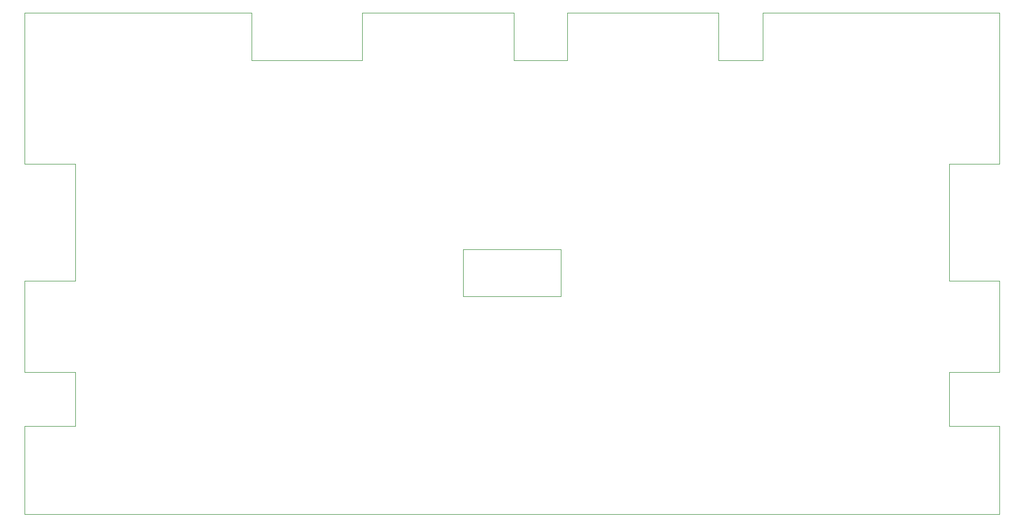
<source format=gbr>
%TF.GenerationSoftware,KiCad,Pcbnew,7.0.5*%
%TF.CreationDate,2023-07-18T15:35:35-04:00*%
%TF.ProjectId,PCBPT_Main_control_V1,50434250-545f-44d6-9169-6e5f636f6e74,rev?*%
%TF.SameCoordinates,Original*%
%TF.FileFunction,Profile,NP*%
%FSLAX46Y46*%
G04 Gerber Fmt 4.6, Leading zero omitted, Abs format (unit mm)*
G04 Created by KiCad (PCBNEW 7.0.5) date 2023-07-18 15:35:35*
%MOMM*%
%LPD*%
G01*
G04 APERTURE LIST*
%TA.AperFunction,Profile*%
%ADD10C,0.100000*%
%TD*%
G04 APERTURE END LIST*
D10*
X187000000Y-46000000D02*
X180000000Y-46000000D01*
X216500000Y-95500000D02*
X224500000Y-95500000D01*
X123500000Y-46000000D02*
X123500000Y-38500000D01*
X224500000Y-95500000D02*
X224500000Y-81000000D01*
X78000000Y-81000000D02*
X78000000Y-62500000D01*
X180000000Y-38500000D02*
X156000000Y-38500000D01*
X180000000Y-46000000D02*
X180000000Y-38500000D01*
X224500000Y-38500000D02*
X224500000Y-62500000D01*
X147500000Y-46000000D02*
X156000000Y-46000000D01*
X78000000Y-62500000D02*
X70000000Y-62500000D01*
X216500000Y-81000000D02*
X216500000Y-62500000D01*
X224500000Y-62500000D02*
X216500000Y-62500000D01*
X70000000Y-38500000D02*
X106000000Y-38500000D01*
X70000000Y-104000000D02*
X78000000Y-104000000D01*
X70000000Y-118000000D02*
X70000000Y-104000000D01*
X224500000Y-81000000D02*
X216500000Y-81000000D01*
X70000000Y-95500000D02*
X70000000Y-81000000D01*
X224500000Y-118000000D02*
X70000000Y-118000000D01*
X70000000Y-81000000D02*
X78000000Y-81000000D01*
X187000000Y-38500000D02*
X187000000Y-46000000D01*
X106000000Y-46000000D02*
X106000000Y-38500000D01*
X156000000Y-46000000D02*
X156000000Y-38500000D01*
X187000000Y-38500000D02*
X224500000Y-38500000D01*
X106000000Y-46000000D02*
X123500000Y-46000000D01*
X78000000Y-95500000D02*
X70000000Y-95500000D01*
X224500000Y-104000000D02*
X224500000Y-118000000D01*
X78000000Y-104000000D02*
X78000000Y-95500000D01*
X70000000Y-62500000D02*
X70000000Y-38500000D01*
X123500000Y-38500000D02*
X147500000Y-38500000D01*
X224500000Y-104000000D02*
X216500000Y-104000000D01*
X147500000Y-38500000D02*
X147500000Y-46000000D01*
X139500000Y-76000000D02*
X155000000Y-76000000D01*
X155000000Y-83500000D01*
X139500000Y-83500000D01*
X139500000Y-76000000D01*
X216500000Y-104000000D02*
X216500000Y-95500000D01*
M02*

</source>
